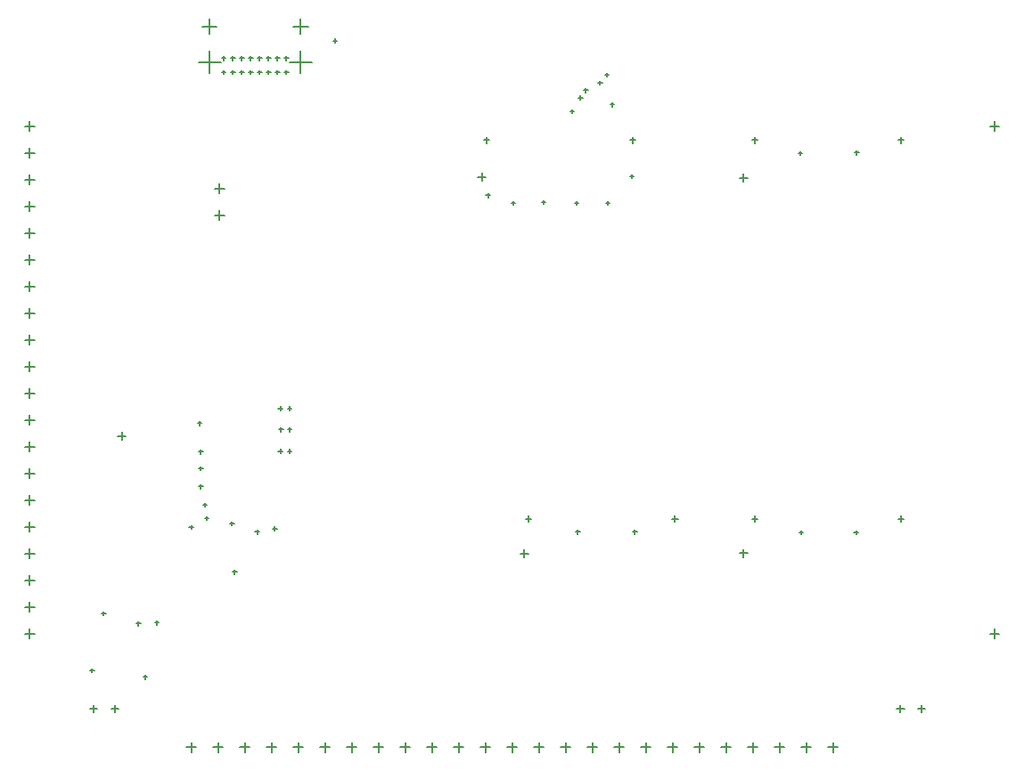
<source format=gbr>
%TF.GenerationSoftware,Altium Limited,Altium Designer,22.7.1 (60)*%
G04 Layer_Color=128*
%FSLAX45Y45*%
%MOMM*%
%TF.SameCoordinates,3BEA7849-7BF4-4C83-8F54-36563B6BDC8B*%
%TF.FilePolarity,Positive*%
%TF.FileFunction,Drillmap*%
%TF.Part,Single*%
G01*
G75*
%TA.AperFunction,NonConductor*%
%ADD78C,0.12700*%
D78*
X830509Y824091D02*
X900508D01*
X865509Y789091D02*
Y859090D01*
X1030509Y824091D02*
X1100509D01*
X1065509Y789091D02*
Y859090D01*
X2082100Y7009600D02*
X2122100D01*
X2102100Y6989600D02*
Y7029600D01*
X2167101Y7009600D02*
X2207100D01*
X2187101Y6989600D02*
Y7029600D01*
X2252100Y7009600D02*
X2292100D01*
X2272100Y6989600D02*
Y7029600D01*
X2337100Y7009600D02*
X2377100D01*
X2357100Y6989600D02*
Y7029600D01*
X2422101Y7009600D02*
X2462100D01*
X2442101Y6989600D02*
Y7029600D01*
X2507101Y7009600D02*
X2547101D01*
X2527101Y6989600D02*
Y7029600D01*
X2592100Y7009600D02*
X2632100D01*
X2612100Y6989600D02*
Y7029600D01*
X2677101Y7009600D02*
X2717100D01*
X2697101Y6989600D02*
Y7029600D01*
X2677101Y6874600D02*
X2717100D01*
X2697101Y6854600D02*
Y6894600D01*
X2592100Y6874600D02*
X2632100D01*
X2612100Y6854600D02*
Y6894600D01*
X2507101Y6874600D02*
X2547101D01*
X2527101Y6854600D02*
Y6894600D01*
X2422101Y6874600D02*
X2462100D01*
X2442101Y6854600D02*
Y6894600D01*
X2337100Y6874600D02*
X2377100D01*
X2357100Y6854600D02*
Y6894600D01*
X2252100Y6874600D02*
X2292100D01*
X2272100Y6854600D02*
Y6894600D01*
X2167101Y6874600D02*
X2207100D01*
X2187101Y6854600D02*
Y6894600D01*
X2082100Y6874600D02*
X2122100D01*
X2102100Y6854600D02*
Y6894600D01*
X2727100Y6972600D02*
X2937101D01*
X2832101Y6867600D02*
Y7077600D01*
X1862100Y6972600D02*
X2072101D01*
X1967100Y6867600D02*
Y7077600D01*
X2762101Y7310600D02*
X2902100D01*
X2832101Y7240600D02*
Y7380600D01*
X1897101Y7310600D02*
X2037100D01*
X1967100Y7240600D02*
Y7380600D01*
X214000Y6361300D02*
X304000D01*
X259000Y6316300D02*
Y6406300D01*
X214000Y6107300D02*
X304000D01*
X259000Y6062300D02*
Y6152300D01*
X214000Y5853300D02*
X304000D01*
X259000Y5808300D02*
Y5898300D01*
X214000Y5599300D02*
X304000D01*
X259000Y5554300D02*
Y5644300D01*
X214000Y5345300D02*
X304000D01*
X259000Y5300300D02*
Y5390300D01*
X214000Y5091300D02*
X304000D01*
X259000Y5046300D02*
Y5136300D01*
X214000Y4837300D02*
X304000D01*
X259000Y4792300D02*
Y4882300D01*
X214000Y4583300D02*
X304000D01*
X259000Y4538300D02*
Y4628300D01*
X214000Y4329300D02*
X304000D01*
X259000Y4284300D02*
Y4374300D01*
X214000Y4075300D02*
X304000D01*
X259000Y4030300D02*
Y4120300D01*
X214000Y3821300D02*
X304000D01*
X259000Y3776300D02*
Y3866300D01*
X214000Y3567300D02*
X304000D01*
X259000Y3522300D02*
Y3612300D01*
X214000Y3313300D02*
X304000D01*
X259000Y3268300D02*
Y3358300D01*
X214000Y3059300D02*
X304000D01*
X259000Y3014300D02*
Y3104300D01*
X214000Y2805300D02*
X304000D01*
X259000Y2760300D02*
Y2850300D01*
X214000Y2551300D02*
X304000D01*
X259000Y2506300D02*
Y2596300D01*
X214000Y2297300D02*
X304000D01*
X259000Y2252300D02*
Y2342300D01*
X214000Y2043300D02*
X304000D01*
X259000Y1998300D02*
Y2088300D01*
X214000Y1789300D02*
X304000D01*
X259000Y1744300D02*
Y1834300D01*
X214000Y1535300D02*
X304000D01*
X259000Y1490300D02*
Y1580300D01*
X1749430Y455000D02*
X1839430D01*
X1794430Y410000D02*
Y500000D01*
X2003430Y455000D02*
X2093430D01*
X2048430Y410000D02*
Y500000D01*
X2257430Y455000D02*
X2347430D01*
X2302430Y410000D02*
Y500000D01*
X2511430Y455000D02*
X2601430D01*
X2556430Y410000D02*
Y500000D01*
X2765430Y455000D02*
X2855430D01*
X2810430Y410000D02*
Y500000D01*
X3019430Y455000D02*
X3109430D01*
X3064430Y410000D02*
Y500000D01*
X3273430Y455000D02*
X3363430D01*
X3318430Y410000D02*
Y500000D01*
X3527430Y455000D02*
X3617430D01*
X3572430Y410000D02*
Y500000D01*
X3781430Y455000D02*
X3871430D01*
X3826430Y410000D02*
Y500000D01*
X4035430Y455000D02*
X4125430D01*
X4080430Y410000D02*
Y500000D01*
X4289430Y455000D02*
X4379430D01*
X4334430Y410000D02*
Y500000D01*
X4543430Y455000D02*
X4633430D01*
X4588430Y410000D02*
Y500000D01*
X4797430Y455000D02*
X4887430D01*
X4842430Y410000D02*
Y500000D01*
X5051430Y455000D02*
X5141430D01*
X5096430Y410000D02*
Y500000D01*
X5305430Y455000D02*
X5395430D01*
X5350430Y410000D02*
Y500000D01*
X5559430Y455000D02*
X5649430D01*
X5604430Y410000D02*
Y500000D01*
X5813430Y455000D02*
X5903430D01*
X5858430Y410000D02*
Y500000D01*
X6067430Y455000D02*
X6157430D01*
X6112430Y410000D02*
Y500000D01*
X6321430Y455000D02*
X6411430D01*
X6366430Y410000D02*
Y500000D01*
X6575430Y455000D02*
X6665430D01*
X6620430Y410000D02*
Y500000D01*
X6829430Y455000D02*
X6919430D01*
X6874430Y410000D02*
Y500000D01*
X7083430Y455000D02*
X7173430D01*
X7128430Y410000D02*
Y500000D01*
X7337430Y455000D02*
X7427430D01*
X7382430Y410000D02*
Y500000D01*
X7591430Y455000D02*
X7681430D01*
X7636430Y410000D02*
Y500000D01*
X7845430Y455000D02*
X7935430D01*
X7890430Y410000D02*
Y500000D01*
X8696229Y824091D02*
X8766229D01*
X8731229Y789091D02*
Y859090D01*
X8496229Y824091D02*
X8566228D01*
X8531229Y789091D02*
Y859090D01*
X9380860Y1535300D02*
X9470860D01*
X9425860Y1490300D02*
Y1580300D01*
X9380860Y6361300D02*
X9470860D01*
X9425860Y6316300D02*
Y6406300D01*
X6359906Y2628489D02*
X6414906D01*
X6387406Y2600989D02*
Y2655989D01*
X4969906Y2628489D02*
X5024906D01*
X4997406Y2600989D02*
Y2655989D01*
X8509906Y2628489D02*
X8564906D01*
X8537406Y2600989D02*
Y2655989D01*
X7119907Y2628489D02*
X7174906D01*
X7147406Y2600989D02*
Y2655989D01*
X8509906Y6228489D02*
X8564906D01*
X8537406Y6200989D02*
Y6255989D01*
X7119907Y6228489D02*
X7174906D01*
X7147406Y6200989D02*
Y6255989D01*
X5959906Y6228489D02*
X6014906D01*
X5987406Y6200989D02*
Y6255989D01*
X4569907Y6228489D02*
X4624906D01*
X4597406Y6200989D02*
Y6255989D01*
X2016718Y5514848D02*
X2106718D01*
X2061718Y5469848D02*
Y5559848D01*
X2016718Y5768848D02*
X2106718D01*
X2061718Y5723848D02*
Y5813848D01*
X8097063Y6109665D02*
X8135163D01*
X8116113Y6090615D02*
Y6128715D01*
X7561580Y6103214D02*
X7599680D01*
X7580630Y6084164D02*
Y6122264D01*
X8090611Y2496769D02*
X8128711D01*
X8109661Y2477719D02*
Y2515819D01*
X7568032Y2496769D02*
X7606132D01*
X7587082Y2477719D02*
Y2515819D01*
X5987390Y2503221D02*
X6025490D01*
X6006440Y2484171D02*
Y2522271D01*
X5445455Y2503221D02*
X5483555D01*
X5464505Y2484171D02*
Y2522271D01*
X5120956Y5638470D02*
X5159056D01*
X5140006Y5619420D02*
Y5657520D01*
X4833046Y5631175D02*
X4871146D01*
X4852096Y5612125D02*
Y5650225D01*
X5433046Y5631180D02*
X5471146D01*
X5452096Y5612130D02*
Y5650230D01*
X5733046Y5631180D02*
X5771146D01*
X5752096Y5612130D02*
Y5650230D01*
X5393842Y6503213D02*
X5431942D01*
X5412892Y6484163D02*
Y6522263D01*
X5961583Y5883859D02*
X5999683D01*
X5980633Y5864809D02*
Y5902909D01*
X4593844Y5703214D02*
X4631944D01*
X4612894Y5684164D02*
Y5722264D01*
X2568042Y2535479D02*
X2606142D01*
X2587092Y2516429D02*
Y2554529D01*
X2161591Y2580640D02*
X2199691D01*
X2180641Y2561590D02*
Y2599690D01*
X2187397Y2122576D02*
X2225497D01*
X2206447Y2103526D02*
Y2141626D01*
X1864817Y2935478D02*
X1902917D01*
X1883867Y2916428D02*
Y2954528D01*
X1774495Y2548382D02*
X1812595D01*
X1793545Y2529332D02*
Y2567432D01*
X1864817Y3109671D02*
X1902917D01*
X1883867Y3090621D02*
Y3128721D01*
X1864817Y3264510D02*
X1902917D01*
X1883867Y3245460D02*
Y3283560D01*
X1922882Y2632253D02*
X1960982D01*
X1941932Y2613203D02*
Y2651303D01*
X1851914Y3535477D02*
X1890014D01*
X1870964Y3516427D02*
Y3554527D01*
X942238Y1729029D02*
X980338D01*
X961288Y1709979D02*
Y1748079D01*
X1335786Y1122578D02*
X1373886D01*
X1354836Y1103528D02*
Y1141628D01*
X832561Y1187094D02*
X870661D01*
X851611Y1168044D02*
Y1206144D01*
X1271270Y1632255D02*
X1309370D01*
X1290320Y1613205D02*
Y1651305D01*
X5658358Y6774180D02*
X5696458D01*
X5677408Y6755130D02*
Y6793230D01*
X5723255Y6849491D02*
X5761355D01*
X5742305Y6830441D02*
Y6868541D01*
X5522874Y6703212D02*
X5560974D01*
X5541924Y6684162D02*
Y6722262D01*
X4516730Y5877408D02*
X4592930D01*
X4554830Y5839308D02*
Y5915508D01*
X5471262Y6632245D02*
X5509362D01*
X5490312Y6613195D02*
Y6651295D01*
X1903527Y2761285D02*
X1941627D01*
X1922577Y2742235D02*
Y2780335D01*
X1097382Y3412896D02*
X1173582D01*
X1135482Y3374796D02*
Y3450996D01*
X5774487Y6567729D02*
X5812587D01*
X5793537Y6548679D02*
Y6586779D01*
X1445463Y1638706D02*
X1483563D01*
X1464513Y1619656D02*
Y1657756D01*
X7000596Y2303221D02*
X7076796D01*
X7038696Y2265121D02*
Y2341321D01*
X7000596Y5870956D02*
X7076796D01*
X7038696Y5832856D02*
Y5909056D01*
X4916729Y2296770D02*
X4992929D01*
X4954829Y2258670D02*
Y2334870D01*
X2626106Y3477412D02*
X2664206D01*
X2645156Y3458362D02*
Y3496462D01*
X2709977Y3270961D02*
X2748077D01*
X2729027Y3251911D02*
Y3290011D01*
X2709977Y3477412D02*
X2748077D01*
X2729027Y3458362D02*
Y3496462D01*
X2709977Y3677412D02*
X2748077D01*
X2729027Y3658362D02*
Y3696462D01*
X2619654Y3677412D02*
X2657754D01*
X2638704Y3658362D02*
Y3696462D01*
X2619654Y3270961D02*
X2657754D01*
X2638704Y3251911D02*
Y3290011D01*
X2400300Y2503221D02*
X2438400D01*
X2419350Y2484171D02*
Y2522271D01*
X3142234Y7174179D02*
X3180334D01*
X3161284Y7155129D02*
Y7193229D01*
%TF.MD5,1556f05d943cb9aada79ddef18a2f1ed*%
M02*

</source>
